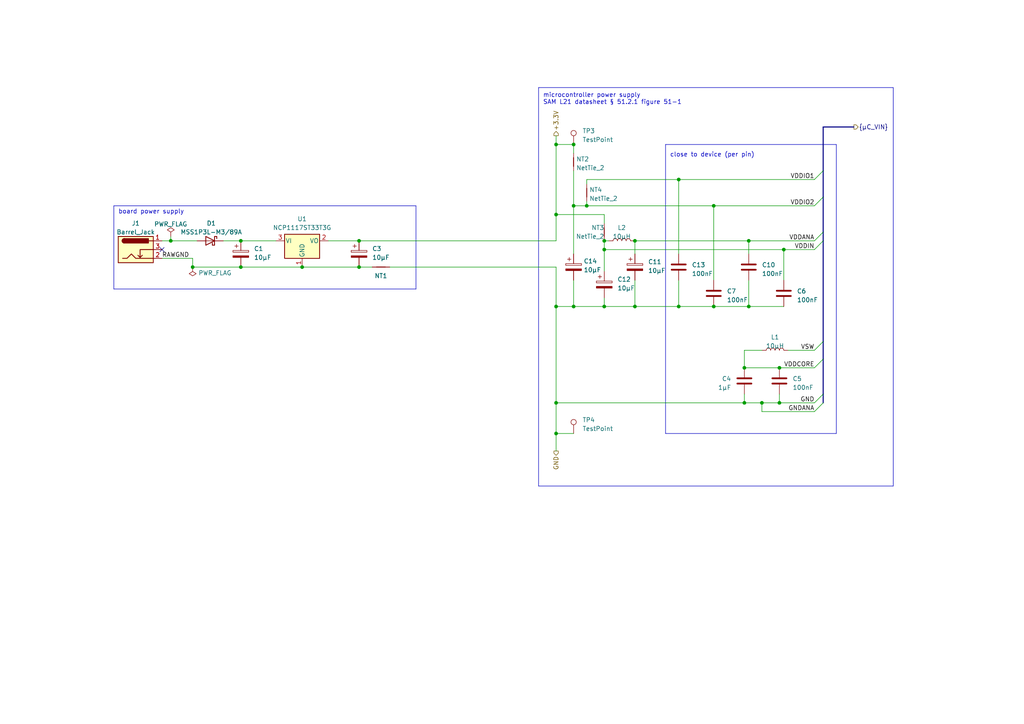
<source format=kicad_sch>
(kicad_sch (version 20230121) (generator eeschema)
  (paper "A4")
  (lib_symbols
    (symbol "Connector:Barrel_Jack_Switch" (pin_names hide)
      (property "Reference" "J" (at 0 5.334 0))
      (property "Value" "Barrel_Jack_Switch" (at 0 -5.08 0))
      (symbol "Barrel_Jack_Switch_0_1"
        (rectangle (start -5.08 3.81) (end 5.08 -3.81) (stroke (width 0.254)) (fill (type background)))
        (arc (start -3.302 3.175) (mid -3.9343 2.54) (end -3.302 1.905) (stroke (width 0.254)))
        (arc (start -3.302 3.175) (mid -3.9343 2.54) (end -3.302 1.905) (stroke (width 0.254)) (fill (type outline)))
        (polyline (pts (xy 1.27 -2.286) (xy 1.905 -1.651)) (stroke (width 0.254)))
        (polyline (pts (xy 5.08 2.54) (xy 3.81 2.54)) (stroke (width 0.254)))
        (polyline (pts (xy 5.08 0) (xy 1.27 0) (xy 1.27 -2.286) (xy 0.635 -1.651)) (stroke (width 0.254)))
        (polyline (pts (xy -3.81 -2.54) (xy -2.54 -2.54) (xy -1.27 -1.27) (xy 0 -2.54) (xy 2.54 -2.54) (xy 5.08 -2.54)) (stroke (width 0.254)))
        (rectangle (start 3.683 3.175) (end -3.302 1.905) (stroke (width 0.254)) (fill (type outline)))
      )
      (symbol "Barrel_Jack_Switch_1_1"
        (pin passive line (at 7.62 2.54 180) (length 2.54) (name "~") (number "1"))
        (pin passive line (at 7.62 -2.54 180) (length 2.54) (name "~") (number "2"))
        (pin passive line (at 7.62 0 180) (length 2.54) (name "~") (number "3"))
      )
    )
    (symbol "Connector:TestPoint" (pin_numbers hide) (pin_names (offset 0.762) hide)
      (property "Reference" "TP" (at 0 6.858 0))
      (property "Value" "TestPoint" (at 0 5.08 0))
      (symbol "TestPoint_0_1"
        (circle (center 0 3.302) (radius 0.762))
      )
      (symbol "TestPoint_1_1"
        (pin passive line (at 0 0 90) (length 2.54) (name "1") (number "1"))
      )
    )
    (symbol "Device:C" (pin_numbers hide) (pin_names (offset 0.254))
      (property "Reference" "C" (at 0.635 2.54 0))
      (property "Value" "C" (at 0.635 -2.54 0))
      (symbol "C_0_1"
        (polyline (pts (xy -2.032 -0.762) (xy 2.032 -0.762)) (stroke (width 0.508)))
        (polyline (pts (xy -2.032 0.762) (xy 2.032 0.762)) (stroke (width 0.508)))
      )
      (symbol "C_1_1"
        (pin passive line (at 0 3.81 270) (length 2.794) (name "~") (number "1"))
        (pin passive line (at 0 -3.81 90) (length 2.794) (name "~") (number "2"))
      )
    )
    (symbol "Device:C_Polarized" (pin_numbers hide) (pin_names (offset 0.254))
      (property "Reference" "C" (at 0.635 2.54 0))
      (property "Value" "C_Polarized" (at 0.635 -2.54 0))
      (symbol "C_Polarized_0_1"
        (rectangle (start -2.286 0.508) (end 2.286 1.016))
        (polyline (pts (xy -1.778 2.286) (xy -0.762 2.286)))
        (polyline (pts (xy -1.27 2.794) (xy -1.27 1.778)))
        (rectangle (start 2.286 -0.508) (end -2.286 -1.016) (fill (type outline)))
      )
      (symbol "C_Polarized_1_1"
        (pin passive line (at 0 3.81 270) (length 2.794) (name "~") (number "1"))
        (pin passive line (at 0 -3.81 90) (length 2.794) (name "~") (number "2"))
      )
    )
    (symbol "Device:D_Schottky" (pin_numbers hide) (pin_names (offset 1.016) hide)
      (property "Reference" "D" (at 0 2.54 0))
      (property "Value" "D_Schottky" (at 0 -2.54 0))
      (symbol "D_Schottky_0_1"
        (polyline (pts (xy 1.27 0) (xy -1.27 0)))
        (polyline (pts (xy 1.27 1.27) (xy 1.27 -1.27) (xy -1.27 0) (xy 1.27 1.27)) (stroke (width 0.254)))
        (polyline (pts (xy -1.905 0.635) (xy -1.905 1.27) (xy -1.27 1.27) (xy -1.27 -1.27) (xy -0.635 -1.27) (xy -0.635 -0.635)) (stroke (width 0.254)))
      )
      (symbol "D_Schottky_1_1"
        (pin passive line (at -3.81 0 0) (length 2.54) (name "K") (number "1"))
        (pin passive line (at 3.81 0 180) (length 2.54) (name "A") (number "2"))
      )
    )
    (symbol "Device:L" (pin_numbers hide) (pin_names (offset 1.016) hide)
      (property "Reference" "L" (at -1.27 0 90))
      (property "Value" "L" (at 1.905 0 90))
      (symbol "L_0_1"
        (arc (start 0 -2.54) (mid 0.6323 -1.905) (end 0 -1.27))
        (arc (start 0 -1.27) (mid 0.6323 -0.635) (end 0 0))
        (arc (start 0 0) (mid 0.6323 0.635) (end 0 1.27))
        (arc (start 0 1.27) (mid 0.6323 1.905) (end 0 2.54))
      )
      (symbol "L_1_1"
        (pin passive line (at 0 3.81 270) (length 1.27) (name "1") (number "1"))
        (pin passive line (at 0 -3.81 90) (length 1.27) (name "2") (number "2"))
      )
    )
    (symbol "Device:NetTie_2" (pin_numbers hide) (pin_names (offset 0) hide)
      (property "Reference" "NT" (at 0 1.27 0))
      (property "Value" "NetTie_2" (at 0 -1.27 0))
      (symbol "NetTie_2_0_1"
        (polyline (pts (xy -1.27 0) (xy 1.27 0)) (stroke (width 0.254)))
      )
      (symbol "NetTie_2_1_1"
        (pin passive line (at -2.54 0 0) (length 2.54) (name "1") (number "1"))
        (pin passive line (at 2.54 0 180) (length 2.54) (name "2") (number "2"))
      )
    )
    (symbol "Regulator_Linear:NCP1117-3.3_SOT223" (pin_names (offset 0.254))
      (property "Reference" "U" (at -3.81 3.175 0))
      (property "Value" "NCP1117-3.3_SOT223" (at 0 3.175 0))
      (symbol "NCP1117-3.3_SOT223_0_1"
        (rectangle (start -5.08 -5.08) (end 5.08 1.905) (stroke (width 0.254)) (fill (type background)))
      )
      (symbol "NCP1117-3.3_SOT223_1_1"
        (pin power_in line (at 0 -7.62 90) (length 2.54) (name "GND") (number "1"))
        (pin power_out line (at 7.62 0 180) (length 2.54) (name "VO") (number "2"))
        (pin power_in line (at -7.62 0 0) (length 2.54) (name "VI") (number "3"))
      )
    )
    (symbol "power:PWR_FLAG" (power) (pin_numbers hide) (pin_names (offset 0) hide)
      (property "Value" "PWR_FLAG" (at 0 3.81 0))
      (symbol "PWR_FLAG_0_0"
        (pin power_out line (at 0 0 90) (length 0) (name "pwr") (number "1"))
      )
      (symbol "PWR_FLAG_0_1"
        (polyline (pts (xy 0 0) (xy 0 1.27) (xy -1.016 1.905) (xy 0 2.54) (xy 1.016 1.905) (xy 0 1.27)))
      )
    )
  )
  (junction (at 104.14 77.47))
  (junction (at 104.14 69.85))
  (junction (at 226.06 106.68))
  (junction (at 217.17 88.9))
  (junction (at 166.37 88.9))
  (junction (at 170.18 59.69))
  (junction (at 196.85 52.07))
  (junction (at 215.9 106.68))
  (junction (at 184.15 69.85))
  (junction (at 175.26 69.85))
  (junction (at 175.26 72.39))
  (junction (at 55.88 77.47))
  (junction (at 161.29 125.73))
  (junction (at 161.29 88.9))
  (junction (at 226.06 116.84))
  (junction (at 215.9 116.84))
  (junction (at 184.15 88.9))
  (junction (at 175.26 88.9))
  (junction (at 161.29 62.23))
  (junction (at 69.85 77.47))
  (junction (at 161.29 41.91))
  (junction (at 227.33 72.39))
  (junction (at 49.53 69.85))
  (junction (at 161.29 116.84))
  (junction (at 207.01 88.9))
  (junction (at 196.85 88.9))
  (junction (at 220.98 116.84))
  (junction (at 217.17 69.85))
  (junction (at 69.85 69.85))
  (junction (at 207.01 59.69))
  (junction (at 87.63 77.47))
  (junction (at 166.37 59.69))
  (junction (at 166.37 41.91))
  (no_connect (at 46.99 72.39))
  (bus_entry (at 238.76 114.3) (size -2.54 2.54))
  (bus_entry (at 238.76 69.85) (size -2.54 2.54))
  (bus_entry (at 238.76 99.06) (size -2.54 2.54))
  (bus_entry (at 238.76 49.53) (size -2.54 2.54))
  (bus_entry (at 238.76 57.15) (size -2.54 2.54))
  (bus_entry (at 238.76 67.31) (size -2.54 2.54))
  (bus_entry (at 238.76 104.14) (size -2.54 2.54))
  (bus_entry (at 238.76 116.84) (size -2.54 2.54))
  (bus (pts (xy 238.76 36.83) (xy 247.65 36.83)))
  (wire (pts (xy 184.15 69.85) (xy 217.17 69.85)))
  (wire (pts (xy 166.37 44.45) (xy 166.37 41.91)))
  (wire (pts (xy 104.14 77.47) (xy 87.63 77.47)))
  (wire (pts (xy 170.18 58.42) (xy 170.18 59.69)))
  (wire (pts (xy 166.37 88.9) (xy 166.37 81.28)))
  (wire (pts (xy 217.17 88.9) (xy 227.33 88.9)))
  (wire (pts (xy 228.6 101.6) (xy 236.22 101.6)))
  (wire (pts (xy 166.37 59.69) (xy 166.37 73.66)))
  (bus (pts (xy 238.76 36.83) (xy 238.76 49.53)))
  (wire (pts (xy 184.15 69.85) (xy 184.15 73.66)))
  (wire (pts (xy 161.29 88.9) (xy 161.29 116.84)))
  (wire (pts (xy 184.15 88.9) (xy 175.26 88.9)))
  (wire (pts (xy 95.25 69.85) (xy 104.14 69.85)))
  (polyline (pts (xy 259.08 140.97) (xy 156.21 140.97)))
  (wire (pts (xy 64.77 69.85) (xy 69.85 69.85)))
  (wire (pts (xy 87.63 77.47) (xy 69.85 77.47)))
  (wire (pts (xy 161.29 125.73) (xy 166.37 125.73)))
  (wire (pts (xy 46.99 69.85) (xy 49.53 69.85)))
  (wire (pts (xy 196.85 52.07) (xy 236.22 52.07)))
  (wire (pts (xy 217.17 81.28) (xy 217.17 88.9)))
  (polyline (pts (xy 120.65 83.82) (xy 33.02 83.82)))
  (wire (pts (xy 226.06 106.68) (xy 236.22 106.68)))
  (wire (pts (xy 161.29 77.47) (xy 161.29 88.9)))
  (wire (pts (xy 226.06 106.68) (xy 215.9 106.68)))
  (wire (pts (xy 166.37 41.91) (xy 161.29 41.91)))
  (wire (pts (xy 49.53 69.85) (xy 57.15 69.85)))
  (wire (pts (xy 226.06 116.84) (xy 220.98 116.84)))
  (wire (pts (xy 170.18 59.69) (xy 207.01 59.69)))
  (wire (pts (xy 161.29 41.91) (xy 161.29 39.37)))
  (wire (pts (xy 161.29 116.84) (xy 161.29 125.73)))
  (wire (pts (xy 161.29 125.73) (xy 161.29 130.81)))
  (wire (pts (xy 175.26 72.39) (xy 227.33 72.39)))
  (polyline (pts (xy 156.21 25.4) (xy 259.08 25.4)))
  (wire (pts (xy 175.26 62.23) (xy 161.29 62.23)))
  (bus (pts (xy 238.76 67.31) (xy 238.76 69.85)))
  (wire (pts (xy 175.26 64.77) (xy 175.26 62.23)))
  (polyline (pts (xy 242.57 41.91) (xy 193.04 41.91)))
  (polyline (pts (xy 242.57 41.91) (xy 242.57 125.73)))
  (wire (pts (xy 207.01 88.9) (xy 217.17 88.9)))
  (bus (pts (xy 238.76 99.06) (xy 238.76 104.14)))
  (wire (pts (xy 227.33 72.39) (xy 227.33 81.28)))
  (polyline (pts (xy 193.04 125.73) (xy 242.57 125.73)))
  (wire (pts (xy 207.01 59.69) (xy 207.01 81.28)))
  (wire (pts (xy 176.53 69.85) (xy 175.26 69.85)))
  (wire (pts (xy 217.17 69.85) (xy 236.22 69.85)))
  (wire (pts (xy 220.98 119.38) (xy 220.98 116.84)))
  (wire (pts (xy 196.85 52.07) (xy 196.85 73.66)))
  (wire (pts (xy 227.33 72.39) (xy 236.22 72.39)))
  (wire (pts (xy 170.18 52.07) (xy 196.85 52.07)))
  (polyline (pts (xy 193.04 41.91) (xy 193.04 125.73)))
  (wire (pts (xy 161.29 62.23) (xy 161.29 41.91)))
  (wire (pts (xy 166.37 59.69) (xy 170.18 59.69)))
  (wire (pts (xy 207.01 59.69) (xy 236.22 59.69)))
  (wire (pts (xy 161.29 88.9) (xy 166.37 88.9)))
  (polyline (pts (xy 156.21 25.4) (xy 156.21 140.97)))
  (wire (pts (xy 236.22 116.84) (xy 226.06 116.84)))
  (wire (pts (xy 175.26 72.39) (xy 175.26 78.74)))
  (wire (pts (xy 113.03 77.47) (xy 161.29 77.47)))
  (bus (pts (xy 238.76 104.14) (xy 238.76 114.3)))
  (wire (pts (xy 170.18 52.07) (xy 170.18 53.34)))
  (wire (pts (xy 107.95 77.47) (xy 104.14 77.47)))
  (wire (pts (xy 215.9 116.84) (xy 215.9 114.3)))
  (wire (pts (xy 166.37 49.53) (xy 166.37 59.69)))
  (wire (pts (xy 215.9 101.6) (xy 220.98 101.6)))
  (wire (pts (xy 184.15 81.28) (xy 184.15 88.9)))
  (wire (pts (xy 161.29 69.85) (xy 161.29 62.23)))
  (polyline (pts (xy 33.02 59.69) (xy 120.65 59.69)))
  (wire (pts (xy 217.17 69.85) (xy 217.17 73.66)))
  (wire (pts (xy 196.85 81.28) (xy 196.85 88.9)))
  (polyline (pts (xy 33.02 59.69) (xy 33.02 83.82)))
  (wire (pts (xy 226.06 114.3) (xy 226.06 116.84)))
  (wire (pts (xy 220.98 119.38) (xy 236.22 119.38)))
  (wire (pts (xy 215.9 106.68) (xy 215.9 101.6)))
  (wire (pts (xy 220.98 116.84) (xy 215.9 116.84)))
  (bus (pts (xy 238.76 57.15) (xy 238.76 67.31)))
  (wire (pts (xy 161.29 116.84) (xy 215.9 116.84)))
  (bus (pts (xy 238.76 114.3) (xy 238.76 116.84)))
  (wire (pts (xy 104.14 69.85) (xy 161.29 69.85)))
  (polyline (pts (xy 120.65 59.69) (xy 120.65 83.82)))
  (bus (pts (xy 238.76 49.53) (xy 238.76 57.15)))
  (wire (pts (xy 69.85 77.47) (xy 55.88 77.47)))
  (wire (pts (xy 49.53 68.58) (xy 49.53 69.85)))
  (wire (pts (xy 175.26 86.36) (xy 175.26 88.9)))
  (wire (pts (xy 196.85 88.9) (xy 184.15 88.9)))
  (wire (pts (xy 175.26 72.39) (xy 175.26 69.85)))
  (polyline (pts (xy 259.08 25.4) (xy 259.08 140.97)))
  (wire (pts (xy 69.85 69.85) (xy 80.01 69.85)))
  (wire (pts (xy 55.88 77.47) (xy 55.88 74.93)))
  (bus (pts (xy 238.76 69.85) (xy 238.76 99.06)))
  (wire (pts (xy 175.26 88.9) (xy 166.37 88.9)))
  (wire (pts (xy 196.85 88.9) (xy 207.01 88.9)))
  (wire (pts (xy 46.99 74.93) (xy 55.88 74.93)))
  (text "board power supply" (at 34.29 62.23 0) (effects (font (size 1.27 1.27)) (justify left bottom)))
  (text "microcontroller power supply\nSAM L21 datasheet § 51.2.1 figure 51-1" (at 157.48 30.48 0) (effects (font (size 1.27 1.27)) (justify left bottom)))
  (text "close to device (per pin)" (at 194.31 45.72 0) (effects (font (size 1.27 1.27)) (justify left bottom)))
  (label "GNDANA" (at 236.22 119.38 180))
  (label "RAWGND" (at 46.99 74.93 0))
  (label "VDDANA" (at 236.22 69.85 180))
  (label "VDDIO2" (at 236.22 59.69 180))
  (label "VSW" (at 236.22 101.6 180))
  (label "GND" (at 236.22 116.84 180))
  (label "VDDCORE" (at 236.22 106.68 180))
  (label "VDDIO1" (at 236.22 52.07 180))
  (label "VDDIN" (at 236.22 72.39 180))
  (hierarchical_label "+3.3V" (shape output) (at 161.29 39.37 90))
  (hierarchical_label "{μC_VIN}" (shape output) (at 247.65 36.83 0))
  (hierarchical_label "GND" (shape output) (at 161.29 130.81 270))
  (symbol (lib_id "Device:C") (at 226.06 110.49 0) (unit 1)
    (property "Reference" "C5" (at 229.87 109.855 0) (effects (justify left)))
    (property "Value" "100nF" (at 229.87 112.395 0) (effects (justify left)))
    (property "Footprint" "Capacitor_SMD:C_0402_1005Metric" (effects hide))
    (property "LCSC" "C307331" (effects hide))
    (instances (project "dcf77_faker" (path "" (reference "C5") (unit 1)) (path "" (reference "C555") (unit 1))))
  )
  (symbol (lib_id "Regulator_Linear:NCP1117-3.3_SOT223") (at 87.63 69.85 0) (unit 1)
    (property "Reference" "U1" (at 87.63 63.5 0))
    (property "Value" "NCP1117ST33T3G" (at 87.63 66.04 0))
    (property "Footprint" "Package_TO_SOT_SMD:SOT-223-3_TabPin2" (effects hide))
    (property "Datasheet" "http://www.onsemi.com/pub_link/Collateral/NCP1117-D.PDF" (effects hide))
    (property "LCSC" "C26537" (effects hide))
    (instances (project "dcf77_faker" (path "" (reference "U1") (unit 1)) (path "" (reference "U501") (unit 1))))
  )
  (symbol (lib_id "Device:C_Polarized") (at 69.85 73.66 0) (unit 1)
    (property "Reference" "C1" (at 73.66 72.136 0) (effects (justify left)))
    (property "Value" "10µF" (at 73.66 74.676 0) (effects (justify left)))
    (property "Footprint" "Capacitor_Tantalum_SMD:CP_EIA-3216-18_Kemet-A" (effects hide))
    (property "LCSC" "C7171" (effects hide))
    (instances (project "dcf77_faker" (path "" (reference "C1") (unit 1)) (path "" (reference "C501") (unit 1))))
  )
  (symbol (lib_id "power:PWR_FLAG") (at 55.88 77.47 180) (unit 1)
    (property "Reference" "#FLG0101" (effects hide))
    (property "Value" "PWR_FLAG" (at 57.531 79.1738 0) (effects (justify right)))
    (instances (project "dcf77_faker" (path "" (reference "#FLG0101") (unit 1)) (path "" (reference "#FLG02") (unit 1))))
  )
  (symbol (lib_id "Device:NetTie_2") (at 170.18 55.88 90) (unit 1)
    (property "Reference" "NT4" (at 170.942 55.0453 90) (effects (justify right)))
    (property "Value" "NetTie_2" (at 170.942 57.5822 90) (effects (justify right)))
    (property "Footprint" "NetTie:NetTie-2_SMD_Pad0.5mm" (effects hide))
    (instances (project "dcf77_faker" (path "" (reference "NT4") (unit 1)) (path "" (reference "NT503") (unit 1))))
  )
  (symbol (lib_id "Connector:TestPoint") (at 166.37 41.91 0) (unit 1) (in_bom no)
    (property "Reference" "TP3" (at 168.91 37.973 0) (effects (justify left)))
    (property "Value" "TestPoint" (at 168.91 40.513 0) (effects (justify left)))
    (property "Footprint" "TestPoint:TestPoint_Pad_D1.0mm" (effects hide))
    (instances (project "dcf77_faker" (path "" (reference "TP3") (unit 1)) (path "" (reference "TP501") (unit 1))))
  )
  (symbol (lib_id "Device:NetTie_2") (at 175.26 67.31 90) (unit 1)
    (property "Reference" "NT3" (at 175.26 66.04 90) (effects (justify left)))
    (property "Value" "NetTie_2" (at 175.26 68.58 90) (effects (justify left)))
    (property "Footprint" "NetTie:NetTie-2_SMD_Pad0.5mm" (effects hide))
    (instances (project "dcf77_faker" (path "" (reference "NT3") (unit 1)) (path "" (reference "NT504") (unit 1))))
  )
  (symbol (lib_id "Device:C") (at 215.9 110.49 0) (unit 1)
    (property "Reference" "C4" (at 212.09 109.855 0) (effects (justify right)))
    (property "Value" "1µF" (at 212.09 112.395 0) (effects (justify right)))
    (property "Footprint" "Capacitor_SMD:C_0603_1608Metric" (effects hide))
    (property "LCSC" "C15849" (effects hide))
    (instances (project "dcf77_faker" (path "" (reference "C4") (unit 1)) (path "" (reference "C506") (unit 1))))
  )
  (symbol (lib_id "Device:C") (at 217.17 77.47 0) (unit 1)
    (property "Reference" "C10" (at 220.98 76.835 0) (effects (justify left)))
    (property "Value" "100nF" (at 220.98 79.375 0) (effects (justify left)))
    (property "Footprint" "Capacitor_SMD:C_0402_1005Metric" (effects hide))
    (property "LCSC" "C307331" (effects hide))
    (instances (project "dcf77_faker" (path "" (reference "C10") (unit 1)) (path "" (reference "C553") (unit 1))))
  )
  (symbol (lib_id "Connector:Barrel_Jack_Switch") (at 39.37 72.39 0) (unit 1)
    (property "Reference" "J1" (at 39.37 64.77 0))
    (property "Value" "Barrel_Jack" (at 39.37 67.31 0))
    (property "Footprint" "Connector_BarrelJack:BarrelJack_CUI_PJ-036AH-SMT_Horizontal" (effects hide))
    (property "LCSC" "C3094052" (effects hide))
    (instances (project "dcf77_faker" (path "" (reference "J1") (unit 1)) (path "" (reference "J501") (unit 1))))
  )
  (symbol (lib_id "Device:NetTie_2") (at 166.37 46.99 90) (unit 1)
    (property "Reference" "NT2" (at 167.132 46.1553 90) (effects (justify right)))
    (property "Value" "NetTie_2" (at 167.132 48.6922 90) (effects (justify right)))
    (property "Footprint" "NetTie:NetTie-2_SMD_Pad0.5mm" (effects hide))
    (instances (project "dcf77_faker" (path "" (reference "NT2") (unit 1)) (path "" (reference "NT502") (unit 1))))
  )
  (symbol (lib_id "Device:C") (at 207.01 85.09 0) (unit 1)
    (property "Reference" "C7" (at 210.82 84.455 0) (effects (justify left)))
    (property "Value" "100nF" (at 210.82 86.995 0) (effects (justify left)))
    (property "Footprint" "Capacitor_SMD:C_0402_1005Metric" (effects hide))
    (property "LCSC" "C307331" (effects hide))
    (instances (project "dcf77_faker" (path "" (reference "C7") (unit 1)) (path "" (reference "C552") (unit 1))))
  )
  (symbol (lib_id "Device:C_Polarized") (at 104.14 73.66 0) (unit 1)
    (property "Reference" "C3" (at 107.95 72.136 0) (effects (justify left)))
    (property "Value" "10µF" (at 107.95 74.676 0) (effects (justify left)))
    (property "Footprint" "Capacitor_Tantalum_SMD:CP_EIA-3216-18_Kemet-A" (effects hide))
    (property "LCSC" "C7171" (effects hide))
    (instances (project "dcf77_faker" (path "" (reference "C3") (unit 1)) (path "" (reference "C502") (unit 1))))
  )
  (symbol (lib_id "Device:C") (at 227.33 85.09 0) (unit 1)
    (property "Reference" "C6" (at 231.14 84.455 0) (effects (justify left)))
    (property "Value" "100nF" (at 231.14 86.995 0) (effects (justify left)))
    (property "Footprint" "Capacitor_SMD:C_0402_1005Metric" (effects hide))
    (property "LCSC" "C307331" (effects hide))
    (instances (project "dcf77_faker" (path "" (reference "C6") (unit 1)) (path "" (reference "C554") (unit 1))))
  )
  (symbol (lib_id "Device:C_Polarized") (at 175.26 82.55 0) (unit 1)
    (property "Reference" "C12" (at 179.07 81.026 0) (effects (justify left)))
    (property "Value" "10µF" (at 179.07 83.566 0) (effects (justify left)))
    (property "Footprint" "Capacitor_SMD:C_0603_1608Metric" (effects hide))
    (property "LCSC" "C19702" (effects hide))
    (instances (project "dcf77_faker" (path "" (reference "C12") (unit 1)) (path "" (reference "C504") (unit 1))))
  )
  (symbol (lib_id "Device:D_Schottky") (at 60.96 69.85 0) (mirror y) (unit 1)
    (property "Reference" "D1" (at 61.2775 64.77 0))
    (property "Value" "MSS1P3L-M3/89A" (at 61.2775 67.31 0))
    (property "Footprint" "Diode_SMD_MicroSMP:D_MicroSMP_AK" (effects hide))
    (property "LCSC" "C144285" (effects hide))
    (instances (project "dcf77_faker" (path "" (reference "D1") (unit 1)) (path "" (reference "D501") (unit 1))))
  )
  (symbol (lib_id "Device:NetTie_2") (at 110.49 77.47 0) (unit 1)
    (property "Reference" "NT1" (at 110.49 80.01 0))
    (property "Value" "NetTie_2" (effects hide))
    (property "Footprint" "NetTie:NetTie-2_SMD_Pad0.5mm" (effects hide))
    (instances (project "dcf77_faker" (path "" (reference "NT1") (unit 1)) (path "" (reference "NT501") (unit 1))))
  )
  (symbol (lib_id "Device:L") (at 180.34 69.85 90) (unit 1)
    (property "Reference" "L2" (at 180.34 66.04 90))
    (property "Value" "10µH" (at 180.34 68.58 90))
    (property "Footprint" "Inductor_SMD:L_1206_3216Metric" (effects hide))
    (property "LCSC" "C1051" (effects hide))
    (instances (project "dcf77_faker" (path "" (reference "L2") (unit 1)) (path "" (reference "L501") (unit 1))))
  )
  (symbol (lib_id "Connector:TestPoint") (at 166.37 125.73 0) (unit 1) (in_bom no)
    (property "Reference" "TP4" (at 168.91 121.793 0) (effects (justify left)))
    (property "Value" "TestPoint" (at 168.91 124.333 0) (effects (justify left)))
    (property "Footprint" "TestPoint:TestPoint_Pad_D1.0mm" (effects hide))
    (instances (project "dcf77_faker" (path "" (reference "TP4") (unit 1)) (path "" (reference "TP502") (unit 1))))
  )
  (symbol (lib_id "Device:C_Polarized") (at 184.15 77.47 0) (unit 1)
    (property "Reference" "C11" (at 187.96 75.946 0) (effects (justify left)))
    (property "Value" "10µF" (at 187.96 78.486 0) (effects (justify left)))
    (property "Footprint" "Capacitor_SMD:C_0603_1608Metric" (effects hide))
    (property "LCSC" "C19702" (effects hide))
    (instances (project "dcf77_faker" (path "" (reference "C11") (unit 1)) (path "" (reference "C505") (unit 1))))
  )
  (symbol (lib_id "Device:C_Polarized") (at 166.37 77.47 0) (unit 1)
    (property "Reference" "C14" (at 169.291 75.7463 0) (effects (justify left)))
    (property "Value" "10µF" (at 169.291 78.2832 0) (effects (justify left)))
    (property "Footprint" "Capacitor_SMD:C_0603_1608Metric" (effects hide))
    (property "LCSC" "C19702" (effects hide))
    (instances (project "dcf77_faker" (path "" (reference "C14") (unit 1)) (path "" (reference "C503") (unit 1))))
  )
  (symbol (lib_id "power:PWR_FLAG") (at 49.53 68.58 0) (unit 1)
    (property "Reference" "#FLG0102" (effects hide))
    (property "Value" "PWR_FLAG" (at 49.53 65.0042 0))
    (instances (project "dcf77_faker" (path "" (reference "#FLG0102") (unit 1)) (path "" (reference "#FLG01") (unit 1))))
  )
  (symbol (lib_id "Device:L") (at 224.79 101.6 90) (unit 1)
    (property "Reference" "L1" (at 224.79 97.79 90))
    (property "Value" "10µH" (at 224.79 100.33 90))
    (property "Footprint" "Inductor_SMD:L_1206_3216Metric" (effects hide))
    (property "LCSC" "C1051" (effects hide))
    (instances (project "dcf77_faker" (path "" (reference "L1") (unit 1)) (path "" (reference "L502") (unit 1))))
  )
  (symbol (lib_id "Device:C") (at 196.85 77.47 0) (unit 1)
    (property "Reference" "C13" (at 200.66 76.835 0) (effects (justify left)))
    (property "Value" "100nF" (at 200.66 79.375 0) (effects (justify left)))
    (property "Footprint" "Capacitor_SMD:C_0402_1005Metric" (effects hide))
    (property "LCSC" "C307331" (effects hide))
    (instances (project "dcf77_faker" (path "" (reference "C13") (unit 1)) (path "" (reference "C551") (unit 1))))
  )
)
</source>
